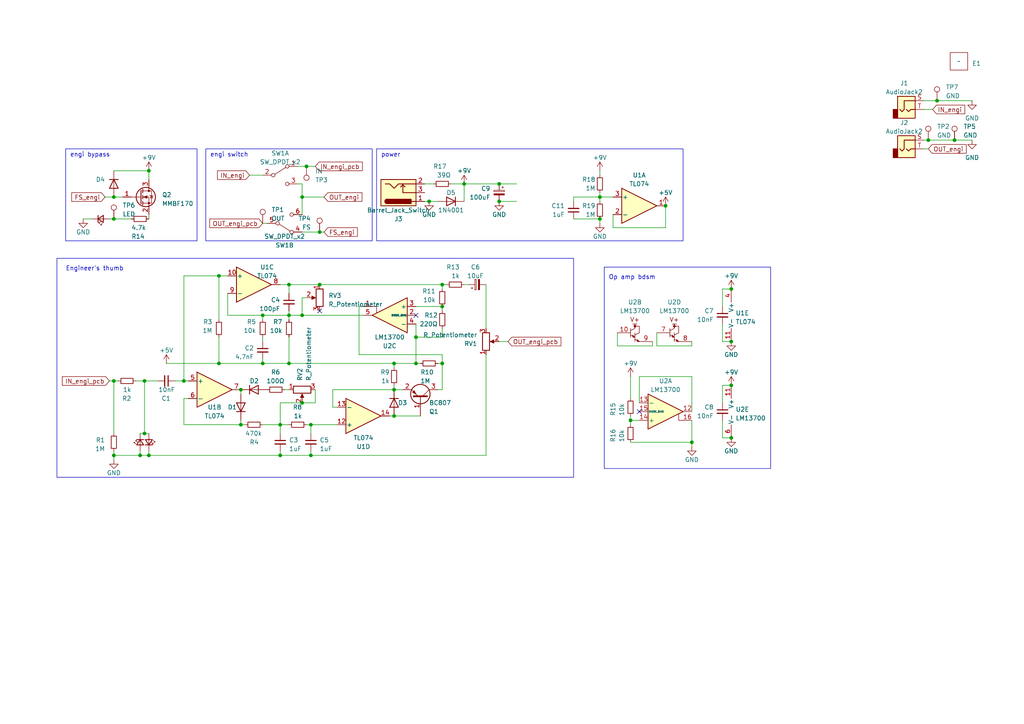
<source format=kicad_sch>
(kicad_sch (version 20230121) (generator eeschema)
  (paper "A4")
  (lib_symbols
    (symbol "Amplifier_Operational:LM13700" (pin_names (offset 0.127))
      (property "Reference" "U" (at 3.81 5.08 0))
      (property "Value" "LM13700" (at 5.08 -5.08 0))
      (symbol "LM13700_1_1"
        (polyline (pts (xy 3.81 -0.635) (xy 3.81 -2.54) (xy 5.08 -2.54)))
        (polyline (pts (xy 5.08 0) (xy -5.08 -5.08) (xy -5.08 5.08) (xy 5.08 0)) (stroke (width 0.254)) (fill (type background)))
        (pin output line (at 7.62 0 180) (length 2.54) (name "~") (number "12"))
        (pin input line (at -7.62 2.54 0) (length 2.54) (name "-") (number "13"))
        (pin input line (at -7.62 -2.54 0) (length 2.54) (name "+") (number "14"))
        (pin input line (at -7.62 0 0) (length 2.54) (name "DIODE_BIAS") (number "15"))
        (pin input line (at 7.62 -2.54 180) (length 2.54) (name "~") (number "16"))
      )
      (symbol "LM13700_2_0"
        (polyline (pts (xy -1.905 2.54) (xy -3.175 2.54)))
      )
      (symbol "LM13700_2_1"
        (circle (center -2.54 1.905) (radius 0.254) (stroke (width 0.254)) (fill (type outline)))
        (polyline (pts (xy -3.81 -0.635) (xy -2.54 -1.27)))
        (polyline (pts (xy -3.81 1.27) (xy -3.81 -1.27)))
        (polyline (pts (xy -2.54 -1.905) (xy -1.27 -2.54)))
        (polyline (pts (xy -2.54 0) (xy -2.54 -2.54)))
        (polyline (pts (xy -3.81 0.635) (xy -2.54 1.27) (xy -2.54 1.905) (xy -2.54 2.54)))
        (polyline (pts (xy -2.54 -1.27) (xy -3.175 -0.635) (xy -3.175 -1.27) (xy -2.54 -1.27)) (fill (type outline)))
        (polyline (pts (xy -2.54 -0.635) (xy -1.27 0) (xy -1.27 1.905) (xy -2.54 1.905)))
        (polyline (pts (xy -1.27 -2.54) (xy -1.905 -1.905) (xy -1.905 -2.54) (xy -1.27 -2.54)) (fill (type outline)))
        (text "V+" (at -2.54 3.81 0) (effects (font (size 1.27 1.27))))
        (pin input line (at -7.62 0 0) (length 3.81) (name "~") (number "10"))
        (pin output line (at 2.54 -2.54 180) (length 3.81) (name "~") (number "9"))
      )
      (symbol "LM13700_3_1"
        (polyline (pts (xy 3.81 -0.635) (xy 3.81 -2.54) (xy 5.08 -2.54)))
        (polyline (pts (xy 5.08 0) (xy -5.08 -5.08) (xy -5.08 5.08) (xy 5.08 0)) (stroke (width 0.254)) (fill (type background)))
        (pin input line (at 7.62 -2.54 180) (length 2.54) (name "~") (number "1"))
        (pin input line (at -7.62 0 0) (length 2.54) (name "DIODE_BIAS") (number "2"))
        (pin input line (at -7.62 -2.54 0) (length 2.54) (name "+") (number "3"))
        (pin input line (at -7.62 2.54 0) (length 2.54) (name "-") (number "4"))
        (pin output line (at 7.62 0 180) (length 2.54) (name "~") (number "5"))
      )
      (symbol "LM13700_4_0"
        (polyline (pts (xy -3.175 2.54) (xy -1.905 2.54)))
        (text "V+" (at -2.54 3.81 0) (effects (font (size 1.27 1.27))))
      )
      (symbol "LM13700_4_1"
        (circle (center -2.54 1.905) (radius 0.254) (stroke (width 0.254)) (fill (type outline)))
        (polyline (pts (xy -3.81 -0.635) (xy -2.54 -1.27)))
        (polyline (pts (xy -3.81 1.27) (xy -3.81 -1.27)))
        (polyline (pts (xy -2.54 -1.905) (xy -1.27 -2.54)))
        (polyline (pts (xy -2.54 0) (xy -2.54 -2.54)))
        (polyline (pts (xy -3.81 0.635) (xy -2.54 1.27) (xy -2.54 2.54)))
        (polyline (pts (xy -2.54 -1.27) (xy -3.175 -0.635) (xy -3.175 -1.27) (xy -2.54 -1.27)) (fill (type outline)))
        (polyline (pts (xy -2.54 -0.635) (xy -1.27 0) (xy -1.27 1.905) (xy -2.54 1.905)))
        (polyline (pts (xy -1.27 -2.54) (xy -1.905 -1.905) (xy -1.905 -2.54) (xy -1.27 -2.54)) (fill (type outline)))
        (pin input line (at -7.62 0 0) (length 3.81) (name "~") (number "7"))
        (pin output line (at 2.54 -2.54 180) (length 3.81) (name "~") (number "8"))
      )
      (symbol "LM13700_5_1"
        (pin power_in line (at -2.54 7.62 270) (length 3.81) (name "V+") (number "11"))
        (pin power_in line (at -2.54 -7.62 90) (length 3.81) (name "V-") (number "6"))
      )
    )
    (symbol "Amplifier_Operational:TL074" (pin_names (offset 0.127))
      (property "Reference" "U" (at 0 5.08 0))
      (property "Value" "TL074" (at 0 -5.08 0))
      (symbol "TL074_1_1"
        (polyline (pts (xy -5.08 5.08) (xy 5.08 0) (xy -5.08 -5.08) (xy -5.08 5.08)) (stroke (width 0.254)) (fill (type background)))
        (pin output line (at 7.62 0 180) (length 2.54) (name "~") (number "1"))
        (pin input line (at -7.62 -2.54 0) (length 2.54) (name "-") (number "2"))
        (pin input line (at -7.62 2.54 0) (length 2.54) (name "+") (number "3"))
      )
      (symbol "TL074_2_1"
        (polyline (pts (xy -5.08 5.08) (xy 5.08 0) (xy -5.08 -5.08) (xy -5.08 5.08)) (stroke (width 0.254)) (fill (type background)))
        (pin input line (at -7.62 2.54 0) (length 2.54) (name "+") (number "5"))
        (pin input line (at -7.62 -2.54 0) (length 2.54) (name "-") (number "6"))
        (pin output line (at 7.62 0 180) (length 2.54) (name "~") (number "7"))
      )
      (symbol "TL074_3_1"
        (polyline (pts (xy -5.08 5.08) (xy 5.08 0) (xy -5.08 -5.08) (xy -5.08 5.08)) (stroke (width 0.254)) (fill (type background)))
        (pin input line (at -7.62 2.54 0) (length 2.54) (name "+") (number "10"))
        (pin output line (at 7.62 0 180) (length 2.54) (name "~") (number "8"))
        (pin input line (at -7.62 -2.54 0) (length 2.54) (name "-") (number "9"))
      )
      (symbol "TL074_4_1"
        (polyline (pts (xy -5.08 5.08) (xy 5.08 0) (xy -5.08 -5.08) (xy -5.08 5.08)) (stroke (width 0.254)) (fill (type background)))
        (pin input line (at -7.62 2.54 0) (length 2.54) (name "+") (number "12"))
        (pin input line (at -7.62 -2.54 0) (length 2.54) (name "-") (number "13"))
        (pin output line (at 7.62 0 180) (length 2.54) (name "~") (number "14"))
      )
      (symbol "TL074_5_1"
        (pin power_in line (at -2.54 -7.62 90) (length 3.81) (name "V-") (number "11"))
        (pin power_in line (at -2.54 7.62 270) (length 3.81) (name "V+") (number "4"))
      )
    )
    (symbol "Connector:Barrel_Jack_Switch" (pin_names hide)
      (property "Reference" "J" (at 0 5.334 0))
      (property "Value" "Barrel_Jack_Switch" (at 0 -5.08 0))
      (symbol "Barrel_Jack_Switch_0_1"
        (rectangle (start -5.08 3.81) (end 5.08 -3.81) (stroke (width 0.254)) (fill (type background)))
        (arc (start -3.302 3.175) (mid -3.9343 2.54) (end -3.302 1.905) (stroke (width 0.254)))
        (arc (start -3.302 3.175) (mid -3.9343 2.54) (end -3.302 1.905) (stroke (width 0.254)) (fill (type outline)))
        (polyline (pts (xy 1.27 -2.286) (xy 1.905 -1.651)) (stroke (width 0.254)))
        (polyline (pts (xy 5.08 2.54) (xy 3.81 2.54)) (stroke (width 0.254)))
        (polyline (pts (xy 5.08 0) (xy 1.27 0) (xy 1.27 -2.286) (xy 0.635 -1.651)) (stroke (width 0.254)))
        (polyline (pts (xy -3.81 -2.54) (xy -2.54 -2.54) (xy -1.27 -1.27) (xy 0 -2.54) (xy 2.54 -2.54) (xy 5.08 -2.54)) (stroke (width 0.254)))
        (rectangle (start 3.683 3.175) (end -3.302 1.905) (stroke (width 0.254)) (fill (type outline)))
      )
      (symbol "Barrel_Jack_Switch_1_1"
        (pin passive line (at 7.62 2.54 180) (length 2.54) (name "~") (number "1"))
        (pin passive line (at 7.62 -2.54 180) (length 2.54) (name "~") (number "2"))
        (pin passive line (at 7.62 0 180) (length 2.54) (name "~") (number "3"))
      )
    )
    (symbol "Connector:TestPoint" (pin_numbers hide) (pin_names (offset 0.762) hide)
      (property "Reference" "TP" (at 0 6.858 0))
      (property "Value" "TestPoint" (at 0 5.08 0))
      (symbol "TestPoint_0_1"
        (circle (center 0 3.302) (radius 0.762))
      )
      (symbol "TestPoint_1_1"
        (pin passive line (at 0 0 90) (length 2.54) (name "1") (number "1"))
      )
    )
    (symbol "Connector_Audio:AudioJack2"
      (property "Reference" "J" (at 0 8.89 0))
      (property "Value" "AudioJack2" (at 0 6.35 0))
      (symbol "AudioJack2_0_1"
        (rectangle (start -3.81 0) (end -2.54 -2.54) (stroke (width 0.254)) (fill (type outline)))
        (rectangle (start -2.54 3.81) (end 2.54 -2.54) (stroke (width 0.254)) (fill (type background)))
        (polyline (pts (xy 0 0) (xy 0.635 -0.635) (xy 1.27 0) (xy 2.54 0)) (stroke (width 0.254)))
        (polyline (pts (xy 2.54 2.54) (xy -0.635 2.54) (xy -0.635 0) (xy -1.27 -0.635) (xy -1.905 0)) (stroke (width 0.254)))
      )
      (symbol "AudioJack2_1_1"
        (pin passive line (at 5.08 2.54 180) (length 2.54) (name "~") (number "S"))
        (pin passive line (at 5.08 0 180) (length 2.54) (name "~") (number "T"))
      )
    )
    (symbol "Device:C_Polarized_Small" (pin_numbers hide) (pin_names (offset 0.254) hide)
      (property "Reference" "C" (at 0.254 1.778 0))
      (property "Value" "C_Polarized_Small" (at 0.254 -2.032 0))
      (symbol "C_Polarized_Small_0_1"
        (rectangle (start -1.524 -0.3048) (end 1.524 -0.6858) (fill (type outline)))
        (rectangle (start -1.524 0.6858) (end 1.524 0.3048))
        (polyline (pts (xy -1.27 1.524) (xy -0.762 1.524)))
        (polyline (pts (xy -1.016 1.27) (xy -1.016 1.778)))
      )
      (symbol "C_Polarized_Small_1_1"
        (pin passive line (at 0 2.54 270) (length 1.8542) (name "~") (number "1"))
        (pin passive line (at 0 -2.54 90) (length 1.8542) (name "~") (number "2"))
      )
    )
    (symbol "Device:C_Small" (pin_numbers hide) (pin_names (offset 0.254) hide)
      (property "Reference" "C" (at 0.254 1.778 0))
      (property "Value" "C_Small" (at 0.254 -2.032 0))
      (symbol "C_Small_0_1"
        (polyline (pts (xy -1.524 -0.508) (xy 1.524 -0.508)) (stroke (width 0.3302)))
        (polyline (pts (xy -1.524 0.508) (xy 1.524 0.508)) (stroke (width 0.3048)))
      )
      (symbol "C_Small_1_1"
        (pin passive line (at 0 2.54 270) (length 2.032) (name "~") (number "1"))
        (pin passive line (at 0 -2.54 90) (length 2.032) (name "~") (number "2"))
      )
    )
    (symbol "Device:LED_Small" (pin_numbers hide) (pin_names (offset 0.254) hide)
      (property "Reference" "D" (at -1.27 3.175 0))
      (property "Value" "LED_Small" (at -4.445 -2.54 0))
      (symbol "LED_Small_0_1"
        (polyline (pts (xy -0.762 -1.016) (xy -0.762 1.016)) (stroke (width 0.254)))
        (polyline (pts (xy 1.016 0) (xy -0.762 0)))
        (polyline (pts (xy 0.762 -1.016) (xy -0.762 0) (xy 0.762 1.016) (xy 0.762 -1.016)) (stroke (width 0.254)))
        (polyline (pts (xy 0 0.762) (xy -0.508 1.27) (xy -0.254 1.27) (xy -0.508 1.27) (xy -0.508 1.016)))
        (polyline (pts (xy 0.508 1.27) (xy 0 1.778) (xy 0.254 1.778) (xy 0 1.778) (xy 0 1.524)))
      )
      (symbol "LED_Small_1_1"
        (pin passive line (at -2.54 0 0) (length 1.778) (name "K") (number "1"))
        (pin passive line (at 2.54 0 180) (length 1.778) (name "A") (number "2"))
      )
    )
    (symbol "Device:R_Potentiometer" (pin_names (offset 1.016) hide)
      (property "Reference" "RV" (at -4.445 0 90))
      (property "Value" "R_Potentiometer" (at -2.54 0 90))
      (symbol "R_Potentiometer_0_1"
        (polyline (pts (xy 2.54 0) (xy 1.524 0)))
        (polyline (pts (xy 1.143 0) (xy 2.286 0.508) (xy 2.286 -0.508) (xy 1.143 0)) (fill (type outline)))
        (rectangle (start 1.016 2.54) (end -1.016 -2.54) (stroke (width 0.254)))
      )
      (symbol "R_Potentiometer_1_1"
        (pin passive line (at 0 3.81 270) (length 1.27) (name "1") (number "1"))
        (pin passive line (at 3.81 0 180) (length 1.27) (name "2") (number "2"))
        (pin passive line (at 0 -3.81 90) (length 1.27) (name "3") (number "3"))
      )
    )
    (symbol "Device:R_Small" (pin_numbers hide) (pin_names (offset 0.254) hide)
      (property "Reference" "R" (at 0.762 0.508 0))
      (property "Value" "R_Small" (at 0.762 -1.016 0))
      (symbol "R_Small_0_1"
        (rectangle (start -0.762 1.778) (end 0.762 -1.778) (stroke (width 0.2032)))
      )
      (symbol "R_Small_1_1"
        (pin passive line (at 0 2.54 270) (length 0.762) (name "~") (number "1"))
        (pin passive line (at 0 -2.54 90) (length 0.762) (name "~") (number "2"))
      )
    )
    (symbol "Diode:1N4001" (pin_numbers hide) (pin_names hide)
      (property "Reference" "D" (at 0 2.54 0))
      (property "Value" "1N4001" (at 0 -2.54 0))
      (symbol "1N4001_0_1"
        (polyline (pts (xy -1.27 1.27) (xy -1.27 -1.27)) (stroke (width 0.254)))
        (polyline (pts (xy 1.27 0) (xy -1.27 0)))
        (polyline (pts (xy 1.27 1.27) (xy 1.27 -1.27) (xy -1.27 0) (xy 1.27 1.27)) (stroke (width 0.254)))
      )
      (symbol "1N4001_1_1"
        (pin passive line (at -3.81 0 0) (length 2.54) (name "K") (number "1"))
        (pin passive line (at 3.81 0 180) (length 2.54) (name "A") (number "2"))
      )
    )
    (symbol "Diode:1N4148W" (pin_numbers hide) (pin_names hide)
      (property "Reference" "D" (at 0 2.54 0))
      (property "Value" "1N4148W" (at 0 -2.54 0))
      (symbol "1N4148W_0_1"
        (polyline (pts (xy -1.27 1.27) (xy -1.27 -1.27)) (stroke (width 0.254)))
        (polyline (pts (xy 1.27 0) (xy -1.27 0)))
        (polyline (pts (xy 1.27 1.27) (xy 1.27 -1.27) (xy -1.27 0) (xy 1.27 1.27)) (stroke (width 0.254)))
      )
      (symbol "1N4148W_1_1"
        (pin passive line (at -3.81 0 0) (length 2.54) (name "K") (number "1"))
        (pin passive line (at 3.81 0 180) (length 2.54) (name "A") (number "2"))
      )
    )
    (symbol "Enclosure:1590B"
      (property "Reference" "E" (at 0 0 0))
      (symbol "1590B_0_1"
        (rectangle (start -2.54 2.54) (end 2.54 -2.54))
      )
    )
    (symbol "Switch:SW_DPDT_x2" (pin_names (offset 0) hide)
      (property "Reference" "SW" (at 0 4.318 0))
      (property "Value" "SW_DPDT_x2" (at 0 -5.08 0))
      (symbol "SW_DPDT_x2_0_0"
        (circle (center -2.032 0) (radius 0.508))
        (circle (center 2.032 -2.54) (radius 0.508))
      )
      (symbol "SW_DPDT_x2_0_1"
        (polyline (pts (xy -1.524 0.254) (xy 1.651 2.286)))
        (circle (center 2.032 2.54) (radius 0.508))
      )
      (symbol "SW_DPDT_x2_1_1"
        (pin passive line (at 5.08 2.54 180) (length 2.54) (name "A") (number "1"))
        (pin passive line (at -5.08 0 0) (length 2.54) (name "B") (number "2"))
        (pin passive line (at 5.08 -2.54 180) (length 2.54) (name "C") (number "3"))
      )
      (symbol "SW_DPDT_x2_2_1"
        (pin passive line (at 5.08 2.54 180) (length 2.54) (name "A") (number "4"))
        (pin passive line (at -5.08 0 0) (length 2.54) (name "B") (number "5"))
        (pin passive line (at 5.08 -2.54 180) (length 2.54) (name "C") (number "6"))
      )
    )
    (symbol "Transistor_BJT:BC807" (pin_names (offset 0) hide)
      (property "Reference" "Q" (at 5.08 1.905 0))
      (property "Value" "BC807" (at 5.08 0 0))
      (symbol "BC807_0_1"
        (polyline (pts (xy 0.635 0.635) (xy 2.54 2.54)))
        (polyline (pts (xy 0.635 -0.635) (xy 2.54 -2.54) (xy 2.54 -2.54)))
        (polyline (pts (xy 0.635 1.905) (xy 0.635 -1.905) (xy 0.635 -1.905)) (stroke (width 0.508)))
        (polyline (pts (xy 2.286 -1.778) (xy 1.778 -2.286) (xy 1.27 -1.27) (xy 2.286 -1.778) (xy 2.286 -1.778)) (fill (type outline)))
        (circle (center 1.27 0) (radius 2.8194) (stroke (width 0.254)))
      )
      (symbol "BC807_1_1"
        (pin input line (at -5.08 0 0) (length 5.715) (name "B") (number "1"))
        (pin passive line (at 2.54 -5.08 90) (length 2.54) (name "E") (number "2"))
        (pin passive line (at 2.54 5.08 270) (length 2.54) (name "C") (number "3"))
      )
    )
    (symbol "Transistor_FET:MMBF170" (pin_names hide)
      (property "Reference" "Q" (at 5.08 1.905 0))
      (property "Value" "MMBF170" (at 5.08 0 0))
      (symbol "MMBF170_0_1"
        (polyline (pts (xy 0.254 0) (xy -2.54 0)))
        (polyline (pts (xy 0.254 1.905) (xy 0.254 -1.905)) (stroke (width 0.254)))
        (polyline (pts (xy 0.762 -1.27) (xy 0.762 -2.286)) (stroke (width 0.254)))
        (polyline (pts (xy 0.762 0.508) (xy 0.762 -0.508)) (stroke (width 0.254)))
        (polyline (pts (xy 0.762 2.286) (xy 0.762 1.27)) (stroke (width 0.254)))
        (polyline (pts (xy 2.54 2.54) (xy 2.54 1.778)))
        (polyline (pts (xy 2.54 -2.54) (xy 2.54 0) (xy 0.762 0)))
        (polyline (pts (xy 0.762 -1.778) (xy 3.302 -1.778) (xy 3.302 1.778) (xy 0.762 1.778)))
        (polyline (pts (xy 1.016 0) (xy 2.032 0.381) (xy 2.032 -0.381) (xy 1.016 0)) (fill (type outline)))
        (polyline (pts (xy 2.794 0.508) (xy 2.921 0.381) (xy 3.683 0.381) (xy 3.81 0.254)))
        (polyline (pts (xy 3.302 0.381) (xy 2.921 -0.254) (xy 3.683 -0.254) (xy 3.302 0.381)))
        (circle (center 1.651 0) (radius 2.794) (stroke (width 0.254)))
        (circle (center 2.54 -1.778) (radius 0.254) (fill (type outline)))
        (circle (center 2.54 1.778) (radius 0.254) (fill (type outline)))
      )
      (symbol "MMBF170_1_1"
        (pin input line (at -5.08 0 0) (length 2.54) (name "G") (number "1"))
        (pin passive line (at 2.54 -5.08 90) (length 2.54) (name "S") (number "2"))
        (pin passive line (at 2.54 5.08 270) (length 2.54) (name "D") (number "3"))
      )
    )
    (symbol "power:+5V" (power) (pin_names (offset 0))
      (property "Value" "+4.5V" (at 0 3.81 0))
      (symbol "+5V_0_1"
        (polyline (pts (xy -0.762 1.27) (xy 0 2.54)))
        (polyline (pts (xy 0 0) (xy 0 2.54)))
        (polyline (pts (xy 0 2.54) (xy 0.762 1.27)))
      )
      (symbol "+5V_1_1"
        (pin power_in line (at 0 0 90) (length 0) hide (name "+5V") (number "1"))
      )
    )
    (symbol "power:+9V" (power) (pin_names (offset 0))
      (property "Value" "+9V" (at 0 3.556 0))
      (symbol "+9V_0_1"
        (polyline (pts (xy -0.762 1.27) (xy 0 2.54)))
        (polyline (pts (xy 0 0) (xy 0 2.54)))
        (polyline (pts (xy 0 2.54) (xy 0.762 1.27)))
      )
      (symbol "+9V_1_1"
        (pin power_in line (at 0 0 90) (length 0) hide (name "+9V") (number "1"))
      )
    )
    (symbol "power:GND" (power) (pin_names (offset 0))
      (property "Value" "GND" (at 0 -3.81 0))
      (symbol "GND_0_1"
        (polyline (pts (xy 0 0) (xy 0 -1.27) (xy 1.27 -1.27) (xy 0 -2.54) (xy -1.27 -1.27) (xy 0 -1.27)))
      )
      (symbol "GND_1_1"
        (pin power_in line (at 0 0 270) (length 0) hide (name "GND") (number "1"))
      )
    )
  )
  (junction (at 212.09 99.06))
  (junction (at 120.65 97.79))
  (junction (at 83.82 82.55))
  (junction (at 114.3 105.41))
  (junction (at 173.99 57.15))
  (junction (at 63.5 105.41))
  (junction (at 212.09 127))
  (junction (at 276.86 40.64))
  (junction (at 144.78 58.42))
  (junction (at 212.09 111.76))
  (junction (at 87.63 116.84))
  (junction (at 212.09 83.82))
  (junction (at 124.46 58.42))
  (junction (at 41.91 110.49))
  (junction (at 87.63 57.15))
  (junction (at 92.71 82.55))
  (junction (at 33.02 63.5))
  (junction (at 43.18 49.53))
  (junction (at 200.66 128.27))
  (junction (at 81.28 123.19))
  (junction (at 41.91 125.73))
  (junction (at 90.17 123.19))
  (junction (at 173.99 63.5))
  (junction (at 88.9 48.26))
  (junction (at 128.27 88.9))
  (junction (at 114.3 120.65))
  (junction (at 92.71 67.31))
  (junction (at 76.2 91.44))
  (junction (at 271.78 29.21))
  (junction (at 76.2 105.41))
  (junction (at 69.85 123.19))
  (junction (at 69.85 113.03))
  (junction (at 128.27 105.41))
  (junction (at 128.27 82.55))
  (junction (at 43.18 132.08))
  (junction (at 33.02 57.15))
  (junction (at 83.82 105.41))
  (junction (at 83.82 91.44))
  (junction (at 87.63 91.44))
  (junction (at 114.3 113.03))
  (junction (at 33.02 132.08))
  (junction (at 33.02 110.49))
  (junction (at 193.04 59.69))
  (junction (at 40.64 132.08))
  (junction (at 63.5 80.01))
  (junction (at 120.65 105.41))
  (junction (at 90.17 132.08))
  (junction (at 269.24 40.64))
  (junction (at 53.34 110.49))
  (junction (at 134.62 53.34))
  (junction (at 144.78 53.34))
  (junction (at 81.28 132.08))
  (junction (at 182.88 121.92))
  (no_connect (at 120.65 91.44))
  (no_connect (at 185.42 119.38))
  (no_connect (at 92.71 90.17))
  (wire (pts (xy 166.37 63.5) (xy 173.99 63.5)))
  (wire (pts (xy 83.82 85.09) (xy 83.82 82.55)))
  (wire (pts (xy 200.66 119.38) (xy 200.66 109.22)))
  (wire (pts (xy 209.55 88.9) (xy 209.55 83.82)))
  (wire (pts (xy 173.99 57.15) (xy 166.37 57.15)))
  (wire (pts (xy 177.8 57.15) (xy 173.99 57.15)))
  (wire (pts (xy 33.02 132.08) (xy 33.02 130.81)))
  (wire (pts (xy 83.82 82.55) (xy 92.71 82.55)))
  (wire (pts (xy 182.88 128.27) (xy 200.66 128.27)))
  (wire (pts (xy 96.52 113.03) (xy 114.3 113.03)))
  (wire (pts (xy 149.86 58.42) (xy 144.78 58.42)))
  (wire (pts (xy 209.55 99.06) (xy 212.09 99.06)))
  (wire (pts (xy 24.13 63.5) (xy 26.67 63.5)))
  (wire (pts (xy 41.91 110.49) (xy 45.72 110.49)))
  (wire (pts (xy 128.27 105.41) (xy 127 105.41)))
  (wire (pts (xy 190.5 100.33) (xy 200.66 100.33)))
  (wire (pts (xy 83.82 91.44) (xy 87.63 91.44)))
  (wire (pts (xy 30.48 57.15) (xy 33.02 57.15)))
  (wire (pts (xy 90.17 132.08) (xy 140.97 132.08)))
  (wire (pts (xy 81.28 116.84) (xy 81.28 123.19)))
  (wire (pts (xy 87.63 67.31) (xy 92.71 67.31)))
  (wire (pts (xy 33.02 49.53) (xy 43.18 49.53)))
  (wire (pts (xy 43.18 49.53) (xy 43.18 52.07)))
  (wire (pts (xy 53.34 115.57) (xy 54.61 115.57)))
  (wire (pts (xy 209.55 111.76) (xy 209.55 116.84)))
  (wire (pts (xy 83.82 91.44) (xy 83.82 92.71)))
  (wire (pts (xy 147.32 99.06) (xy 144.78 99.06)))
  (wire (pts (xy 76.2 104.14) (xy 76.2 105.41)))
  (wire (pts (xy 90.17 130.81) (xy 90.17 132.08)))
  (wire (pts (xy 87.63 86.36) (xy 87.63 91.44)))
  (wire (pts (xy 269.24 40.64) (xy 276.86 40.64)))
  (wire (pts (xy 81.28 125.73) (xy 81.28 123.19)))
  (wire (pts (xy 200.66 109.22) (xy 185.42 109.22)))
  (wire (pts (xy 179.07 100.33) (xy 189.23 100.33)))
  (wire (pts (xy 189.23 100.33) (xy 189.23 99.06)))
  (wire (pts (xy 40.64 132.08) (xy 43.18 132.08)))
  (wire (pts (xy 130.81 53.34) (xy 134.62 53.34)))
  (wire (pts (xy 209.55 121.92) (xy 209.55 127)))
  (wire (pts (xy 128.27 97.79) (xy 120.65 97.79)))
  (wire (pts (xy 190.5 96.52) (xy 190.5 100.33)))
  (wire (pts (xy 83.82 82.55) (xy 81.28 82.55)))
  (wire (pts (xy 97.79 123.19) (xy 90.17 123.19)))
  (wire (pts (xy 134.62 53.34) (xy 134.62 58.42)))
  (wire (pts (xy 69.85 114.3) (xy 69.85 113.03)))
  (wire (pts (xy 123.19 53.34) (xy 125.73 53.34)))
  (wire (pts (xy 33.02 132.08) (xy 40.64 132.08)))
  (wire (pts (xy 120.65 97.79) (xy 120.65 105.41)))
  (wire (pts (xy 82.55 113.03) (xy 83.82 113.03)))
  (wire (pts (xy 200.66 100.33) (xy 200.66 99.06)))
  (wire (pts (xy 209.55 93.98) (xy 209.55 99.06)))
  (wire (pts (xy 43.18 63.5) (xy 43.18 62.23)))
  (wire (pts (xy 113.03 120.65) (xy 114.3 120.65)))
  (wire (pts (xy 128.27 88.9) (xy 120.65 88.9)))
  (wire (pts (xy 96.52 118.11) (xy 97.79 118.11)))
  (wire (pts (xy 123.19 58.42) (xy 124.46 58.42)))
  (wire (pts (xy 124.46 58.42) (xy 127 58.42)))
  (wire (pts (xy 87.63 57.15) (xy 87.63 62.23)))
  (wire (pts (xy 40.64 130.81) (xy 40.64 132.08)))
  (wire (pts (xy 83.82 90.17) (xy 83.82 91.44)))
  (wire (pts (xy 177.8 62.23) (xy 177.8 66.04)))
  (wire (pts (xy 63.5 97.79) (xy 63.5 105.41)))
  (wire (pts (xy 83.82 97.79) (xy 83.82 105.41)))
  (wire (pts (xy 39.37 110.49) (xy 41.91 110.49)))
  (wire (pts (xy 87.63 116.84) (xy 91.44 116.84)))
  (wire (pts (xy 134.62 53.34) (xy 144.78 53.34)))
  (wire (pts (xy 128.27 95.25) (xy 128.27 97.79)))
  (wire (pts (xy 92.71 67.31) (xy 93.98 67.31)))
  (wire (pts (xy 33.02 110.49) (xy 34.29 110.49)))
  (wire (pts (xy 92.71 82.55) (xy 128.27 82.55)))
  (wire (pts (xy 140.97 82.55) (xy 140.97 95.25)))
  (wire (pts (xy 182.88 121.92) (xy 182.88 123.19)))
  (wire (pts (xy 209.55 83.82) (xy 212.09 83.82)))
  (wire (pts (xy 276.86 40.64) (xy 281.94 40.64)))
  (wire (pts (xy 31.75 63.5) (xy 33.02 63.5)))
  (wire (pts (xy 76.2 97.79) (xy 76.2 99.06)))
  (wire (pts (xy 66.04 91.44) (xy 66.04 85.09)))
  (wire (pts (xy 63.5 80.01) (xy 66.04 80.01)))
  (wire (pts (xy 71.12 123.19) (xy 69.85 123.19)))
  (wire (pts (xy 270.51 31.75) (xy 267.97 31.75)))
  (wire (pts (xy 90.17 132.08) (xy 81.28 132.08)))
  (wire (pts (xy 33.02 63.5) (xy 38.1 63.5)))
  (wire (pts (xy 43.18 132.08) (xy 81.28 132.08)))
  (wire (pts (xy 86.36 48.26) (xy 88.9 48.26)))
  (wire (pts (xy 88.9 86.36) (xy 87.63 86.36)))
  (wire (pts (xy 104.14 88.9) (xy 104.14 102.87)))
  (wire (pts (xy 50.8 110.49) (xy 53.34 110.49)))
  (wire (pts (xy 72.39 50.8) (xy 76.2 50.8)))
  (wire (pts (xy 81.28 116.84) (xy 87.63 116.84)))
  (wire (pts (xy 40.64 125.73) (xy 41.91 125.73)))
  (wire (pts (xy 91.44 116.84) (xy 91.44 113.03)))
  (wire (pts (xy 179.07 96.52) (xy 179.07 100.33)))
  (wire (pts (xy 77.47 64.77) (xy 76.2 64.77)))
  (wire (pts (xy 87.63 91.44) (xy 105.41 91.44)))
  (wire (pts (xy 43.18 130.81) (xy 43.18 132.08)))
  (wire (pts (xy 48.26 105.41) (xy 63.5 105.41)))
  (wire (pts (xy 267.97 40.64) (xy 269.24 40.64)))
  (wire (pts (xy 120.65 105.41) (xy 121.92 105.41)))
  (wire (pts (xy 128.27 83.82) (xy 128.27 82.55)))
  (wire (pts (xy 267.97 29.21) (xy 271.78 29.21)))
  (wire (pts (xy 114.3 105.41) (xy 114.3 106.68)))
  (wire (pts (xy 53.34 115.57) (xy 53.34 123.19)))
  (wire (pts (xy 87.63 57.15) (xy 93.98 57.15)))
  (wire (pts (xy 128.27 113.03) (xy 128.27 105.41)))
  (wire (pts (xy 120.65 93.98) (xy 120.65 97.79)))
  (wire (pts (xy 53.34 80.01) (xy 53.34 110.49)))
  (wire (pts (xy 33.02 110.49) (xy 31.75 110.49)))
  (wire (pts (xy 128.27 102.87) (xy 128.27 105.41)))
  (wire (pts (xy 53.34 110.49) (xy 54.61 110.49)))
  (wire (pts (xy 76.2 91.44) (xy 76.2 92.71)))
  (wire (pts (xy 76.2 91.44) (xy 66.04 91.44)))
  (wire (pts (xy 173.99 55.88) (xy 173.99 57.15)))
  (wire (pts (xy 33.02 133.35) (xy 33.02 132.08)))
  (wire (pts (xy 83.82 105.41) (xy 114.3 105.41)))
  (wire (pts (xy 127 113.03) (xy 128.27 113.03)))
  (wire (pts (xy 114.3 113.03) (xy 116.84 113.03)))
  (wire (pts (xy 76.2 123.19) (xy 81.28 123.19)))
  (wire (pts (xy 33.02 110.49) (xy 33.02 125.73)))
  (wire (pts (xy 81.28 130.81) (xy 81.28 132.08)))
  (wire (pts (xy 114.3 105.41) (xy 120.65 105.41)))
  (wire (pts (xy 173.99 63.5) (xy 173.99 64.77)))
  (wire (pts (xy 173.99 57.15) (xy 173.99 58.42)))
  (wire (pts (xy 182.88 109.22) (xy 182.88 115.57)))
  (wire (pts (xy 269.24 43.18) (xy 267.97 43.18)))
  (wire (pts (xy 69.85 121.92) (xy 69.85 123.19)))
  (wire (pts (xy 209.55 127) (xy 212.09 127)))
  (wire (pts (xy 88.9 48.26) (xy 91.44 48.26)))
  (wire (pts (xy 76.2 105.41) (xy 83.82 105.41)))
  (wire (pts (xy 63.5 80.01) (xy 63.5 92.71)))
  (wire (pts (xy 212.09 111.76) (xy 209.55 111.76)))
  (wire (pts (xy 63.5 105.41) (xy 76.2 105.41)))
  (wire (pts (xy 271.78 29.21) (xy 281.94 29.21)))
  (wire (pts (xy 144.78 53.34) (xy 149.86 53.34)))
  (wire (pts (xy 104.14 102.87) (xy 128.27 102.87)))
  (wire (pts (xy 90.17 123.19) (xy 90.17 125.73)))
  (wire (pts (xy 87.63 53.34) (xy 87.63 57.15)))
  (wire (pts (xy 177.8 66.04) (xy 193.04 66.04)))
  (wire (pts (xy 200.66 129.54) (xy 200.66 128.27)))
  (wire (pts (xy 166.37 57.15) (xy 166.37 58.42)))
  (wire (pts (xy 114.3 120.65) (xy 121.92 120.65)))
  (wire (pts (xy 140.97 102.87) (xy 140.97 132.08)))
  (wire (pts (xy 114.3 111.76) (xy 114.3 113.03)))
  (wire (pts (xy 53.34 80.01) (xy 63.5 80.01)))
  (wire (pts (xy 185.42 109.22) (xy 185.42 116.84)))
  (wire (pts (xy 173.99 49.53) (xy 173.99 50.8)))
  (wire (pts (xy 81.28 123.19) (xy 83.82 123.19)))
  (wire (pts (xy 86.36 53.34) (xy 87.63 53.34)))
  (wire (pts (xy 128.27 90.17) (xy 128.27 88.9)))
  (wire (pts (xy 83.82 91.44) (xy 76.2 91.44)))
  (wire (pts (xy 182.88 121.92) (xy 185.42 121.92)))
  (wire (pts (xy 182.88 120.65) (xy 182.88 121.92)))
  (wire (pts (xy 129.54 82.55) (xy 128.27 82.55)))
  (wire (pts (xy 33.02 57.15) (xy 35.56 57.15)))
  (wire (pts (xy 88.9 123.19) (xy 90.17 123.19)))
  (wire (pts (xy 200.66 121.92) (xy 200.66 128.27)))
  (wire (pts (xy 41.91 125.73) (xy 43.18 125.73)))
  (wire (pts (xy 105.41 88.9) (xy 104.14 88.9)))
  (wire (pts (xy 135.89 82.55) (xy 134.62 82.55)))
  (wire (pts (xy 96.52 113.03) (xy 96.52 118.11)))
  (wire (pts (xy 193.04 66.04) (xy 193.04 59.69)))
  (wire (pts (xy 69.85 123.19) (xy 53.34 123.19)))
  (wire (pts (xy 41.91 110.49) (xy 41.91 125.73)))
  (rectangle (start 175.26 77.47) (end 223.52 135.89))
  (rectangle (start 59.69 43.18) (end 107.95 69.85))
  (rectangle (start 16.51 74.93) (end 166.37 138.43))
  (rectangle (start 109.22 43.18) (end 198.12 69.85))
  (rectangle (start 19.05 43.18) (end 57.15 69.85))
  (text "power" (at 110.49 45.72 0) (effects (font (size 1.27 1.27)) (justify left bottom)))
  (text "Engineer's thumb" (at 19.05 78.74 0) (effects (font (size 1.27 1.27)) (justify left bottom)))
  (text "engi bypass\n" (at 20.32 45.72 0) (effects (font (size 1.27 1.27)) (justify left bottom)))
  (text "engi switch" (at 60.96 45.72 0) (effects (font (size 1.27 1.27)) (justify left bottom)))
  (text "Op amp bdsm" (at 176.53 81.28 0) (effects (font (size 1.27 1.27)) (justify left bottom)))
  (global_label "OUT_engi" (shape input) (at 93.98 57.15 0) (property "Intersheetrefs" "${INTERSHEET_REFS}" (effects hide)))
  (global_label "FS_engi" (shape input) (at 30.48 57.15 180) (property "Intersheetrefs" "${INTERSHEET_REFS}" (effects hide)))
  (global_label "OUT_engi_pcb" (shape input) (at 76.2 64.77 180) (property "Intersheetrefs" "${INTERSHEET_REFS}" (effects hide)))
  (global_label "FS_engi" (shape input) (at 93.98 67.31 0) (property "Intersheetrefs" "${INTERSHEET_REFS}" (effects hide)))
  (global_label "IN_engi_pcb" (shape input) (at 91.44 48.26 0) (property "Intersheetrefs" "${INTERSHEET_REFS}" (effects hide)))
  (global_label "OUT_engi" (shape input) (at 269.24 43.18 0) (property "Intersheetrefs" "${INTERSHEET_REFS}" (effects hide)))
  (global_label "OUT_engi_pcb" (shape input) (at 147.32 99.06 0) (property "Intersheetrefs" "${INTERSHEET_REFS}" (effects hide)))
  (global_label "IN_engi" (shape input) (at 270.51 31.75 0) (property "Intersheetrefs" "${INTERSHEET_REFS}" (effects hide)))
  (global_label "IN_engi_pcb" (shape input) (at 31.75 110.49 180) (property "Intersheetrefs" "${INTERSHEET_REFS}" (effects hide)))
  (global_label "IN_engi" (shape input) (at 72.39 50.8 180) (property "Intersheetrefs" "${INTERSHEET_REFS}" (effects hide)))
  (symbol (lib_id "Device:R_Small") (at 114.3 109.22 0) (unit 1)
    (property "Reference" "R9" (at 113.03 107.95 0) (effects (justify right)))
    (property "Value" "1k" (at 113.03 110.49 0) (effects (justify right)))
    (property "Footprint" "Resistor_SMD:R_0805_2012Metric_Pad1.20x1.40mm_HandSolder" (effects hide))
    (property "LCSC#" "C2907232" (effects hide))
  )
  (symbol (lib_id "Amplifier_Operational:TL074") (at 214.63 91.44 0) (unit 5)
    (property "Reference" "U1" (at 213.36 90.805 0) (effects (justify left)))
    (property "Value" "TL074" (at 213.36 93.345 0) (effects (justify left)))
    (property "Footprint" "Package_SO:SO-14_3.9x8.65mm_P1.27mm" (effects hide))
    (property "Datasheet" "http://www.ti.com/lit/ds/symlink/tl071.pdf" (effects hide))
    (property "LCSC#" "C107644" (effects hide))
  )
  (symbol (lib_id "power:GND") (at 124.46 58.42 0) (unit 1)
    (property "Reference" "#PWR013" (effects hide))
    (property "Value" "GND" (at 124.46 62.23 0))
  )
  (symbol (lib_id "Amplifier_Operational:TL074") (at 73.66 82.55 0) (unit 3)
    (property "Reference" "U1" (at 77.47 77.47 0))
    (property "Value" "TL074" (at 77.47 80.01 0))
    (property "Footprint" "Package_SO:SO-14_3.9x8.65mm_P1.27mm" (effects hide))
    (property "Datasheet" "http://www.ti.com/lit/ds/symlink/tl071.pdf" (effects hide))
    (property "LCSC#" "C107644" (effects hide))
  )
  (symbol (lib_id "Device:R_Small") (at 80.01 113.03 90) (mirror x) (unit 1)
    (property "Reference" "R6" (at 81.28 107.95 90) (effects (justify left)))
    (property "Value" "100Ω" (at 82.55 110.49 90) (effects (justify left)))
    (property "Footprint" "Resistor_SMD:R_0805_2012Metric_Pad1.20x1.40mm_HandSolder" (effects hide))
    (property "LCSC#" "C3016626" (effects hide))
  )
  (symbol (lib_id "power:GND") (at 200.66 129.54 0) (unit 1)
    (property "Reference" "#PWR08" (effects hide))
    (property "Value" "GND" (at 200.66 133.35 0))
  )
  (symbol (lib_id "Device:R_Small") (at 40.64 63.5 270) (unit 1)
    (property "Reference" "R14" (at 38.1 68.58 90) (effects (justify left)))
    (property "Value" "4.7k" (at 38.1 66.04 90) (effects (justify left)))
    (property "Footprint" "Resistor_SMD:R_0805_2012Metric_Pad1.20x1.40mm_HandSolder" (effects hide))
    (property "LCSC#" "C2907264" (effects hide))
  )
  (symbol (lib_id "power:GND") (at 212.09 99.06 0) (unit 1)
    (property "Reference" "#PWR010" (effects hide))
    (property "Value" "GND" (at 212.09 102.87 0))
  )
  (symbol (lib_id "Device:R_Potentiometer") (at 140.97 99.06 0) (mirror x) (unit 1)
    (property "Reference" "RV1" (at 138.43 99.695 0) (effects (justify right)))
    (property "Value" "R_Potentiometer" (at 138.43 97.155 0) (effects (justify right)))
    (property "Footprint" "Potentiometer_THT:UT right angle long pin" (effects hide))
  )
  (symbol (lib_id "Device:C_Small") (at 209.55 119.38 0) (mirror y) (unit 1)
    (property "Reference" "C8" (at 207.01 118.11 0) (effects (justify left)))
    (property "Value" "10nF" (at 207.01 120.65 0) (effects (justify left)))
    (property "Footprint" "Capacitor_SMD:C_0805_2012Metric_Pad1.18x1.45mm_HandSolder" (effects hide))
    (property "LCSC#" "C58456" (effects hide))
  )
  (symbol (lib_id "power:GND") (at 281.94 29.21 0) (unit 1)
    (property "Reference" "#PWR01" (effects hide))
    (property "Value" "GND" (at 281.94 34.29 0))
  )
  (symbol (lib_id "power:+9V") (at 43.18 49.53 0) (unit 1)
    (property "Reference" "#PWR06" (effects hide))
    (property "Value" "+9V" (at 43.18 45.72 0))
  )
  (symbol (lib_id "power:+9V") (at 212.09 111.76 0) (unit 1)
    (property "Reference" "#PWR011" (effects hide))
    (property "Value" "+9V" (at 212.09 107.95 0))
  )
  (symbol (lib_id "Device:R_Small") (at 63.5 95.25 180) (unit 1)
    (property "Reference" "R3" (at 61.595 93.345 0) (effects (justify left)))
    (property "Value" "1M" (at 61.595 95.885 0) (effects (justify left)))
    (property "Footprint" "Resistor_SMD:R_0805_2012Metric_Pad1.20x1.40mm_HandSolder" (effects hide))
    (property "LCSC#" "C103906" (effects hide))
  )
  (symbol (lib_id "Connector:Barrel_Jack_Switch") (at 115.57 55.88 0) (mirror x) (unit 1)
    (property "Reference" "J3" (at 115.57 63.5 0))
    (property "Value" "Barrel_Jack_Switch" (at 115.57 60.96 0))
    (property "Footprint" "Connector_BarrelJack:BarrelJack_Kycon_KLDX-0202-xC_Horizontal" (effects hide))
  )
  (symbol (lib_id "Amplifier_Operational:TL074") (at 105.41 120.65 0) (mirror x) (unit 4)
    (property "Reference" "U1" (at 105.41 129.54 0))
    (property "Value" "TL074" (at 105.41 127 0))
    (property "Footprint" "Package_SO:SO-14_3.9x8.65mm_P1.27mm" (effects hide))
    (property "Datasheet" "http://www.ti.com/lit/ds/symlink/tl071.pdf" (effects hide))
    (property "LCSC#" "C107644" (effects hide))
  )
  (symbol (lib_id "Diode:1N4148W") (at 69.85 118.11 270) (mirror x) (unit 1)
    (property "Reference" "D1" (at 66.04 118.11 90) (effects (justify left)))
    (property "Value" "1N4148W" (effects hide))
    (property "Footprint" "Diode_SMD:D_SOD-123" (effects hide))
    (property "Datasheet" "https://www.vishay.com/docs/85748/1n4148w.pdf" (effects hide))
    (property "Sim.Device" "D" (effects hide))
    (property "Sim.Pins" "1=K 2=A" (effects hide))
    (property "LCSC#" "C5345962" (effects hide))
  )
  (symbol (lib_id "Device:R_Small") (at 128.27 92.71 180) (unit 1)
    (property "Reference" "R12" (at 127 91.44 0) (effects (justify left)))
    (property "Value" "220Ω" (at 127 93.98 0) (effects (justify left)))
    (property "Footprint" "Resistor_SMD:R_0805_2012Metric_Pad1.20x1.40mm_HandSolder" (effects hide))
    (property "LCSC#" "C2933369" (effects hide))
  )
  (symbol (lib_id "Connector:TestPoint") (at 276.86 40.64 0) (unit 1)
    (property "Reference" "TP5" (at 279.4 36.703 0) (effects (justify left)))
    (property "Value" "GND" (at 279.4 39.243 0) (effects (justify left)))
    (property "Footprint" "TestPoint:TestPoint_Pad_1.0x1.0mm" (effects hide))
  )
  (symbol (lib_id "Transistor_FET:MMBF170") (at 40.64 57.15 0) (unit 1)
    (property "Reference" "Q2" (at 46.99 56.515 0) (effects (justify left)))
    (property "Value" "MMBF170" (at 46.99 59.055 0) (effects (justify left)))
    (property "Footprint" "Package_TO_SOT_SMD:SOT-23" (effects hide))
    (property "Datasheet" "https://www.diodes.com/assets/Datasheets/ds30104.pdf" (effects hide))
    (property "LCSC#" "C5330373" (effects hide))
  )
  (symbol (lib_id "Connector:TestPoint") (at 76.2 64.77 0) (unit 1)
    (property "Reference" "TP1" (at 78.74 60.833 0) (effects (justify left)))
    (property "Value" "OUT" (at 78.74 63.373 0) (effects (justify left)))
    (property "Footprint" "TestPoint:TestPoint_Pad_1.0x1.0mm" (effects hide))
  )
  (symbol (lib_id "Device:R_Small") (at 182.88 125.73 0) (mirror y) (unit 1)
    (property "Reference" "R16" (at 177.8 128.27 90) (effects (justify left)))
    (property "Value" "10k" (at 180.34 128.27 90) (effects (justify left)))
    (property "Footprint" "Resistor_SMD:R_0805_2012Metric_Pad1.20x1.40mm_HandSolder" (effects hide))
    (property "LCSC#" "C17414" (effects hide))
  )
  (symbol (lib_id "Amplifier_Operational:LM13700") (at 214.63 119.38 0) (unit 5)
    (property "Reference" "U2" (at 213.36 118.745 0) (effects (justify left)))
    (property "Value" "LM13700" (at 213.36 121.285 0) (effects (justify left)))
    (property "Footprint" "Package_SO:SOP-16_3.9x9.9mm_P1.27mm" (effects hide))
    (property "Datasheet" "http://www.ti.com/lit/ds/symlink/lm13700.pdf" (effects hide))
    (property "LCSC#" "C5160094" (effects hide))
  )
  (symbol (lib_id "Device:C_Polarized_Small") (at 144.78 55.88 0) (mirror y) (unit 1)
    (property "Reference" "C9" (at 142.24 54.6989 0) (effects (justify left)))
    (property "Value" "100uF" (at 142.24 57.2389 0) (effects (justify left)))
    (property "Footprint" "Capacitor_SMD:CP_Elec_6.3x5.4" (effects hide))
    (property "LCSC#" "C37308" (effects hide))
  )
  (symbol (lib_id "power:+5V") (at 193.04 59.69 0) (unit 1)
    (property "Reference" "#PWR018" (effects hide))
    (property "Value" "+4.5V" (at 193.04 55.88 0))
  )
  (symbol (lib_id "power:+9V") (at 182.88 109.22 0) (unit 1)
    (property "Reference" "#PWR07" (effects hide))
    (property "Value" "+9V" (at 182.88 105.41 0))
  )
  (symbol (lib_id "Connector_Audio:AudioJack2") (at 262.89 31.75 0) (unit 1)
    (property "Reference" "J1" (at 262.255 24.13 0))
    (property "Value" "AudioJack2" (at 262.255 26.67 0))
    (property "Footprint" "Connector_Audio:PJ-612" (effects hide))
  )
  (symbol (lib_id "Diode:1N4148W") (at 73.66 113.03 0) (mirror x) (unit 1)
    (property "Reference" "D2" (at 72.39 110.49 0) (effects (justify left)))
    (property "Value" "1N4148W" (effects hide))
    (property "Footprint" "Diode_SMD:D_SOD-123" (effects hide))
    (property "Datasheet" "https://www.vishay.com/docs/85748/1n4148w.pdf" (effects hide))
    (property "Sim.Device" "D" (effects hide))
    (property "Sim.Pins" "1=K 2=A" (effects hide))
    (property "LCSC#" "C5345962" (effects hide))
  )
  (symbol (lib_id "Device:C_Small") (at 48.26 110.49 270) (mirror x) (unit 1)
    (property "Reference" "C1" (at 49.53 115.57 90) (effects (justify right)))
    (property "Value" "10nF" (at 50.8 113.03 90) (effects (justify right)))
    (property "Footprint" "Capacitor_SMD:C_0805_2012Metric_Pad1.18x1.45mm_HandSolder" (effects hide))
    (property "LCSC#" "C58456" (effects hide))
  )
  (symbol (lib_id "Diode:1N4001") (at 130.81 58.42 0) (mirror y) (unit 1)
    (property "Reference" "D5" (at 130.81 55.88 0))
    (property "Value" "1N4001" (at 130.81 60.96 0))
    (property "Footprint" "Diode_SMD:D_SOD-123F" (effects hide))
    (property "Datasheet" "http://www.vishay.com/docs/88503/1n4001.pdf" (effects hide))
    (property "Sim.Device" "D" (effects hide))
    (property "Sim.Pins" "1=K 2=A" (effects hide))
    (property "LCSC#" "C2892326" (effects hide))
  )
  (symbol (lib_id "Device:R_Small") (at 173.99 53.34 0) (mirror y) (unit 1)
    (property "Reference" "R18" (at 172.72 52.07 0) (effects (justify left)))
    (property "Value" "1M" (at 172.72 54.61 0) (effects (justify left)))
    (property "Footprint" "Resistor_SMD:R_0805_2012Metric_Pad1.20x1.40mm_HandSolder" (effects hide))
    (property "LCSC#" "C103906" (effects hide))
  )
  (symbol (lib_id "Device:R_Small") (at 182.88 118.11 0) (mirror y) (unit 1)
    (property "Reference" "R15" (at 177.8 120.65 90) (effects (justify left)))
    (property "Value" "10k" (at 180.34 120.65 90) (effects (justify left)))
    (property "Footprint" "Resistor_SMD:R_0805_2012Metric_Pad1.20x1.40mm_HandSolder" (effects hide))
    (property "LCSC#" "C17414" (effects hide))
  )
  (symbol (lib_id "power:+5V") (at 48.26 105.41 0) (unit 1)
    (property "Reference" "#PWR04" (effects hide))
    (property "Value" "+4.5V" (at 48.26 101.6 0))
  )
  (symbol (lib_id "Diode:1N4148W") (at 33.02 53.34 90) (mirror x) (unit 1)
    (property "Reference" "D4" (at 30.48 52.07 90) (effects (justify left)))
    (property "Value" "1N4148W" (effects hide))
    (property "Footprint" "Diode_SMD:D_SOD-123" (effects hide))
    (property "Datasheet" "https://www.vishay.com/docs/85748/1n4148w.pdf" (effects hide))
    (property "Sim.Device" "D" (effects hide))
    (property "Sim.Pins" "1=K 2=A" (effects hide))
    (property "LCSC#" "C5345962" (effects hide))
  )
  (symbol (lib_id "Switch:SW_DPDT_x2") (at 81.28 50.8 0) (unit 1)
    (property "Reference" "SW1" (at 81.28 44.45 0))
    (property "Value" "SW_DPDT_x2" (at 81.28 46.99 0))
    (property "Footprint" "Button_Switch_THT:Ural dpdt" (effects hide))
  )
  (symbol (lib_id "Amplifier_Operational:LM13700") (at 193.04 119.38 0) (unit 1)
    (property "Reference" "U2" (at 193.04 110.49 0))
    (property "Value" "LM13700" (at 193.04 113.03 0))
    (property "Footprint" "Package_SO:SOP-16_3.9x9.9mm_P1.27mm" (effects hide))
    (property "Datasheet" "http://www.ti.com/lit/ds/symlink/lm13700.pdf" (effects hide))
    (property "LCSC#" "C5160094" (effects hide))
  )
  (symbol (lib_id "Device:C_Small") (at 81.28 128.27 0) (unit 1)
    (property "Reference" "C3" (at 83.82 127.6413 0) (effects (justify left)))
    (property "Value" "1uF" (at 83.82 130.1813 0) (effects (justify left)))
    (property "Footprint" "Capacitor_SMD:C_0805_2012Metric_Pad1.18x1.45mm_HandSolder" (effects hide))
    (property "LCSC#" "C520051" (effects hide))
  )
  (symbol (lib_id "Transistor_BJT:BC807") (at 121.92 115.57 270) (mirror x) (unit 1)
    (property "Reference" "Q1" (at 124.46 119.38 90) (effects (justify left)))
    (property "Value" "BC807" (at 124.46 116.84 90) (effects (justify left)))
    (property "Footprint" "Package_TO_SOT_SMD:SOT-23" (effects hide))
    (property "Datasheet" "https://www.onsemi.com/pub/Collateral/BC808-D.pdf" (effects hide))
    (property "LCSC#" "C5184433" (effects hide))
  )
  (symbol (lib_id "Device:C_Small") (at 83.82 87.63 0) (mirror y) (unit 1)
    (property "Reference" "C4" (at 81.28 87.0013 0) (effects (justify left)))
    (property "Value" "100pF" (at 81.28 89.5413 0) (effects (justify left)))
    (property "Footprint" "Capacitor_SMD:C_0805_2012Metric_Pad1.18x1.45mm_HandSolder" (effects hide))
    (property "LCSC#" "C525281" (effects hide))
  )
  (symbol (lib_id "Device:LED_Small") (at 29.21 63.5 0) (mirror x) (unit 1) (in_bom no)
    (property "Reference" "LED3" (effects hide))
    (property "Value" "LED_Small" (effects hide))
    (property "Footprint" "LED_THT:LED_D3.0mm" (effects hide))
  )
  (symbol (lib_id "Device:R_Small") (at 83.82 95.25 180) (unit 1)
    (property "Reference" "R7" (at 81.915 93.345 0) (effects (justify left)))
    (property "Value" "10k" (at 81.915 95.885 0) (effects (justify left)))
    (property "Footprint" "Resistor_SMD:R_0805_2012Metric_Pad1.20x1.40mm_HandSolder" (effects hide))
    (property "LCSC#" "C17414" (effects hide))
  )
  (symbol (lib_id "power:GND") (at 24.13 63.5 0) (unit 1)
    (property "Reference" "#PWR05" (effects hide))
    (property "Value" "GND" (at 24.13 67.31 0))
  )
  (symbol (lib_id "Device:C_Small") (at 76.2 101.6 0) (mirror y) (unit 1)
    (property "Reference" "C2" (at 73.66 100.9713 0) (effects (justify left)))
    (property "Value" "4.7nF" (at 73.66 103.5113 0) (effects (justify left)))
    (property "Footprint" "Capacitor_SMD:C_0805_2012Metric_Pad1.18x1.45mm_HandSolder" (effects hide))
    (property "LCSC#" "C376986" (effects hide))
  )
  (symbol (lib_id "Amplifier_Operational:LM13700") (at 198.12 96.52 0) (unit 4)
    (property "Reference" "U2" (at 195.58 87.63 0))
    (property "Value" "LM13700" (at 195.58 90.17 0))
    (property "Footprint" "Package_SO:SOP-16_3.9x9.9mm_P1.27mm" (effects hide))
    (property "Datasheet" "http://www.ti.com/lit/ds/symlink/lm13700.pdf" (effects hide))
    (property "LCSC#" "C5160094" (effects hide))
  )
  (symbol (lib_id "Amplifier_Operational:TL074") (at 62.23 113.03 0) (unit 2)
    (property "Reference" "U1" (at 62.23 118.11 0))
    (property "Value" "TL074" (at 62.23 120.65 0))
    (property "Footprint" "Package_SO:SO-14_3.9x8.65mm_P1.27mm" (effects hide))
    (property "Datasheet" "http://www.ti.com/lit/ds/symlink/tl071.pdf" (effects hide))
    (property "LCSC#" "C107644" (effects hide))
  )
  (symbol (lib_id "Connector:TestPoint") (at 92.71 67.31 0) (mirror y) (unit 1)
    (property "Reference" "TP4" (at 90.17 63.373 0) (effects (justify left)))
    (property "Value" "FS" (at 90.17 65.913 0) (effects (justify left)))
    (property "Footprint" "TestPoint:TestPoint_Pad_1.0x1.0mm" (effects hide))
  )
  (symbol (lib_id "Device:R_Small") (at 33.02 128.27 0) (mirror y) (unit 1)
    (property "Reference" "R1" (at 30.48 127.635 0) (effects (justify left)))
    (property "Value" "1M" (at 30.48 130.175 0) (effects (justify left)))
    (property "Footprint" "Resistor_SMD:R_0805_2012Metric_Pad1.20x1.40mm_HandSolder" (effects hide))
    (property "LCSC#" "C103906" (effects hide))
  )
  (symbol (lib_id "Enclosure:1590B") (at 278.13 17.78 0) (unit 1)
    (property "Reference" "E1" (at 281.94 18.415 0) (effects (justify left)))
    (property "Value" "~" (at 278.13 17.78 0))
    (property "Footprint" "Enclosure:1590B" (effects hide))
  )
  (symbol (lib_id "Amplifier_Operational:TL074") (at 185.42 59.69 0) (unit 1)
    (property "Reference" "U1" (at 185.42 50.8 0))
    (property "Value" "TL074" (at 185.42 53.34 0))
    (property "Footprint" "Package_SO:SO-14_3.9x8.65mm_P1.27mm" (effects hide))
    (property "Datasheet" "http://www.ti.com/lit/ds/symlink/tl071.pdf" (effects hide))
    (property "LCSC#" "C107644" (effects hide))
  )
  (symbol (lib_id "Device:C_Small") (at 209.55 91.44 0) (mirror y) (unit 1)
    (property "Reference" "C7" (at 207.01 90.17 0) (effects (justify left)))
    (property "Value" "10nF" (at 207.01 92.71 0) (effects (justify left)))
    (property "Footprint" "Capacitor_SMD:C_0805_2012Metric_Pad1.18x1.45mm_HandSolder" (effects hide))
    (property "LCSC#" "C58456" (effects hide))
  )
  (symbol (lib_id "power:+9V") (at 212.09 83.82 0) (unit 1)
    (property "Reference" "#PWR09" (effects hide))
    (property "Value" "+9V" (at 212.09 80.01 0))
  )
  (symbol (lib_id "Connector:TestPoint") (at 88.9 48.26 0) (mirror x) (unit 1)
    (property "Reference" "TP3" (at 91.44 52.197 0) (effects (justify left)))
    (property "Value" "IN" (at 91.44 49.657 0) (effects (justify left)))
    (property "Footprint" "TestPoint:TestPoint_Pad_1.0x1.0mm" (effects hide))
  )
  (symbol (lib_id "Connector:TestPoint") (at 269.24 40.64 0) (unit 1)
    (property "Reference" "TP2" (at 271.78 36.703 0) (effects (justify left)))
    (property "Value" "GND" (at 271.78 39.243 0) (effects (justify left)))
    (property "Footprint" "TestPoint:TestPoint_Pad_1.0x1.0mm" (effects hide))
  )
  (symbol (lib_id "Device:R_Small") (at 132.08 82.55 90) (mirror x) (unit 1)
    (property "Reference" "R13" (at 133.35 77.47 90) (effects (justify left)))
    (property "Value" "1k" (at 133.35 80.01 90) (effects (justify left)))
    (property "Footprint" "Resistor_SMD:R_0805_2012Metric_Pad1.20x1.40mm_HandSolder" (effects hide))
    (property "LCSC#" "C2907232" (effects hide))
  )
  (symbol (lib_id "power:GND") (at 281.94 40.64 0) (unit 1)
    (property "Reference" "#PWR02" (effects hide))
    (property "Value" "GND" (at 281.94 45.72 0))
  )
  (symbol (lib_id "Switch:SW_DPDT_x2") (at 82.55 64.77 0) (mirror x) (unit 2)
    (property "Reference" "SW1" (at 82.55 71.12 0))
    (property "Value" "SW_DPDT_x2" (at 82.55 68.58 0))
    (property "Footprint" "Button_Switch_THT:Ural dpdt" (effects hide))
  )
  (symbol (lib_id "Device:R_Small") (at 76.2 95.25 180) (unit 1)
    (property "Reference" "R5" (at 74.295 93.345 0) (effects (justify left)))
    (property "Value" "10k" (at 74.295 95.885 0) (effects (justify left)))
    (property "Footprint" "Resistor_SMD:R_0805_2012Metric_Pad1.20x1.40mm_HandSolder" (effects hide))
    (property "LCSC#" "C17414" (effects hide))
  )
  (symbol (lib_id "Device:LED_Small") (at 40.64 128.27 90) (mirror x) (unit 1)
    (property "Reference" "LED1" (effects hide))
    (property "Value" "LED_Small" (effects hide))
    (property "Footprint" "LED_SMD:LED_0603_1608Metric_Pad1.05x0.95mm_HandSolder" (effects hide))
    (property "Datasheet" "C2827254" (effects hide))
    (property "LCSC#" "C84263" (effects hide))
  )
  (symbol (lib_id "power:GND") (at 212.09 127 0) (unit 1)
    (property "Reference" "#PWR012" (effects hide))
    (property "Value" "GND" (at 212.09 130.81 0))
  )
  (symbol (lib_id "Device:C_Small") (at 166.37 60.96 0) (mirror x) (unit 1)
    (property "Reference" "C11" (at 163.83 59.69 0) (effects (justify right)))
    (property "Value" "1uF" (at 163.83 62.23 0) (effects (justify right)))
    (property "Footprint" "Capacitor_SMD:C_0805_2012Metric_Pad1.18x1.45mm_HandSolder" (effects hide))
    (property "LCSC#" "C520051" (effects hide))
  )
  (symbol (lib_id "power:+9V") (at 173.99 49.53 0) (unit 1)
    (property "Reference" "#PWR016" (effects hide))
    (property "Value" "+9V" (at 173.99 45.72 0))
  )
  (symbol (lib_id "Device:LED_Small") (at 43.18 128.27 270) (mirror x) (unit 1)
    (property "Reference" "LED2" (effects hide))
    (property "Value" "LED_Small" (effects hide))
    (property "Footprint" "LED_SMD:LED_0603_1608Metric_Pad1.05x0.95mm_HandSolder" (effects hide))
    (property "Datasheet" "C2827254" (effects hide))
    (property "LCSC#" "C84263" (effects hide))
  )
  (symbol (lib_id "Device:C_Small") (at 90.17 128.27 0) (unit 1)
    (property "Reference" "C5" (at 92.71 127.6413 0) (effects (justify left)))
    (property "Value" "1uF" (at 92.71 130.1813 0) (effects (justify left)))
    (property "Footprint" "Capacitor_SMD:C_0805_2012Metric_Pad1.18x1.45mm_HandSolder" (effects hide))
    (property "LCSC#" "C520051" (effects hide))
  )
  (symbol (lib_id "Device:R_Small") (at 128.27 86.36 180) (unit 1)
    (property "Reference" "R11" (at 126.365 84.455 0) (effects (justify left)))
    (property "Value" "10k" (at 126.365 86.995 0) (effects (justify left)))
    (property "Footprint" "Resistor_SMD:R_0805_2012Metric_Pad1.20x1.40mm_HandSolder" (effects hide))
    (property "LCSC#" "C17414" (effects hide))
  )
  (symbol (lib_id "power:GND") (at 33.02 133.35 0) (unit 1)
    (property "Reference" "#PWR03" (effects hide))
    (property "Value" "GND" (at 33.02 137.16 0))
  )
  (symbol (lib_id "Amplifier_Operational:LM13700") (at 186.69 96.52 0) (unit 2)
    (property "Reference" "U2" (at 184.15 87.63 0))
    (property "Value" "LM13700" (at 184.15 90.17 0))
    (property "Footprint" "Package_SO:SOP-16_3.9x9.9mm_P1.27mm" (effects hide))
    (property "Datasheet" "http://www.ti.com/lit/ds/symlink/lm13700.pdf" (effects hide))
    (property "LCSC#" "C5160094" (effects hide))
  )
  (symbol (lib_id "power:GND") (at 144.78 58.42 0) (unit 1)
    (property "Reference" "#PWR015" (effects hide))
    (property "Value" "GND" (at 144.78 62.23 0))
  )
  (symbol (lib_id "Device:R_Small") (at 73.66 123.19 270) (mirror x) (unit 1)
    (property "Reference" "R4" (at 72.39 128.27 90) (effects (justify left)))
    (property "Value" "470k" (at 71.12 125.73 90) (effects (justify left)))
    (property "Footprint" "Resistor_SMD:R_0805_2012Metric_Pad1.20x1.40mm_HandSolder" (effects hide))
    (property "LCSC#" "C2960743" (effects hide))
  )
  (symbol (lib_id "power:GND") (at 173.99 64.77 0) (unit 1)
    (property "Reference" "#PWR017" (effects hide))
    (property "Value" "GND" (at 173.99 68.58 0))
  )
  (symbol (lib_id "Device:R_Potentiometer") (at 92.71 86.36 0) (mirror y) (unit 1)
    (property "Reference" "RV3" (at 95.25 85.725 0) (effects (justify right)))
    (property "Value" "R_Potentiometer" (at 95.25 88.265 0) (effects (justify right)))
    (property "Footprint" "Potentiometer_THT:UT right angle long pin" (effects hide))
  )
  (symbol (lib_id "Connector_Audio:AudioJack2") (at 262.89 43.18 0) (unit 1)
    (property "Reference" "J2" (at 262.255 35.56 0))
    (property "Value" "AudioJack2" (at 262.255 38.1 0))
    (property "Footprint" "Connector_Audio:PJ-612" (effects hide))
  )
  (symbol (lib_id "Device:R_Small") (at 86.36 123.19 90) (mirror x) (unit 1)
    (property "Reference" "R8" (at 87.63 118.11 90) (effects (justify left)))
    (property "Value" "1k" (at 87.63 120.65 90) (effects (justify left)))
    (property "Footprint" "Resistor_SMD:R_0805_2012Metric_Pad1.20x1.40mm_HandSolder" (effects hide))
    (property "LCSC#" "C2907232" (effects hide))
  )
  (symbol (lib_id "Device:R_Small") (at 173.99 60.96 0) (mirror y) (unit 1)
    (property "Reference" "R19" (at 172.72 59.69 0) (effects (justify left)))
    (property "Value" "1M" (at 172.72 62.23 0) (effects (justify left)))
    (property "Footprint" "Resistor_SMD:R_0805_2012Metric_Pad1.20x1.40mm_HandSolder" (effects hide))
    (property "LCSC#" "C103906" (effects hide))
  )
  (symbol (lib_id "Connector:TestPoint") (at 33.02 63.5 0) (unit 1)
    (property "Reference" "TP6" (at 35.56 59.563 0) (effects (justify left)))
    (property "Value" "LED" (at 35.56 62.103 0) (effects (justify left)))
    (property "Footprint" "TestPoint:TestPoint_Pad_1.0x1.0mm" (effects hide))
  )
  (symbol (lib_id "Amplifier_Operational:LM13700") (at 113.03 91.44 180) (unit 3)
    (property "Reference" "U2" (at 113.03 100.33 0))
    (property "Value" "LM13700" (at 113.03 97.79 0))
    (property "Footprint" "Package_SO:SOP-16_3.9x9.9mm_P1.27mm" (effects hide))
    (property "Datasheet" "http://www.ti.com/lit/ds/symlink/lm13700.pdf" (effects hide))
    (property "LCSC#" "C5160094" (effects hide))
  )
  (symbol (lib_id "Device:R_Small") (at 36.83 110.49 90) (unit 1)
    (property "Reference" "R2" (at 38.1 115.57 90) (effects (justify left)))
    (property "Value" "1k" (at 38.1 113.03 90) (effects (justify left)))
    (property "Footprint" "Resistor_SMD:R_0805_2012Metric_Pad1.20x1.40mm_HandSolder" (effects hide))
    (property "LCSC#" "C2907232" (effects hide))
  )
  (symbol (lib_id "Device:R_Small") (at 128.27 53.34 90) (mirror x) (unit 1)
    (property "Reference" "R17" (at 129.54 48.26 90) (effects (justify left)))
    (property "Value" "39Ω" (at 130.81 50.8 90) (effects (justify left)))
    (property "Footprint" "Resistor_SMD:R_1206_3216Metric_Pad1.30x1.75mm_HandSolder" (effects hide))
    (property "LCSC#" "C153384" (effects hide))
  )
  (symbol (lib_id "Device:R_Potentiometer") (at 87.63 113.03 90) (mirror x) (unit 1)
    (property "Reference" "RV2" (at 86.995 110.49 0) (effects (justify right)))
    (property "Value" "R_Potentiometer" (at 89.535 110.49 0) (effects (justify right)))
    (property "Footprint" "Potentiometer_THT:UT right angle long pin" (effects hide))
  )
  (symbol (lib_id "Diode:1N4148W") (at 114.3 116.84 90) (mirror x) (unit 1)
    (property "Reference" "D3" (at 118.11 116.84 90) (effects (justify left)))
    (property "Value" "1N4148W" (effects hide))
    (property "Footprint" "Diode_SMD:D_SOD-123" (effects hide))
    (property "Datasheet" "https://www.vishay.com/docs/85748/1n4148w.pdf" (effects hide))
    (property "Sim.Device" "D" (effects hide))
    (property "Sim.Pins" "1=K 2=A" (effects hide))
    (property "LCSC#" "C5345962" (effects hide))
  )
  (symbol (lib_id "power:+9V") (at 134.62 53.34 0) (unit 1)
    (property "Reference" "#PWR014" (effects hide))
    (property "Value" "+9V" (at 134.62 49.53 0))
  )
  (symbol (lib_id "Connector:TestPoint") (at 271.78 29.21 0) (unit 1)
    (property "Reference" "TP7" (at 274.32 25.273 0) (effects (justify left)))
    (property "Value" "GND" (at 274.32 27.813 0) (effects (justify left)))
    (property "Footprint" "TestPoint:TestPoint_Pad_1.0x1.0mm" (effects hide))
  )
  (symbol (lib_id "Device:R_Small") (at 124.46 105.41 90) (unit 1)
    (property "Reference" "R10" (at 121.92 107.95 90) (effects (justify right)))
    (property "Value" "1M" (at 121.92 110.49 90) (effects (justify right)))
    (property "Footprint" "Resistor_SMD:R_0805_2012Metric_Pad1.20x1.40mm_HandSolder" (effects hide))
    (property "LCSC#" "C103906" (effects hide))
  )
  (symbol (lib_id "Device:C_Polarized_Small") (at 138.43 82.55 90) (unit 1)
    (property "Reference" "C6" (at 137.8839 77.47 90))
    (property "Value" "10uF" (at 137.8839 80.01 90))
    (property "Footprint" "Capacitor_SMD:CP_Elec_4x5.4" (effects hide))
    (property "LCSC#" "C4747969" (effects hide))
  )
)
</source>
